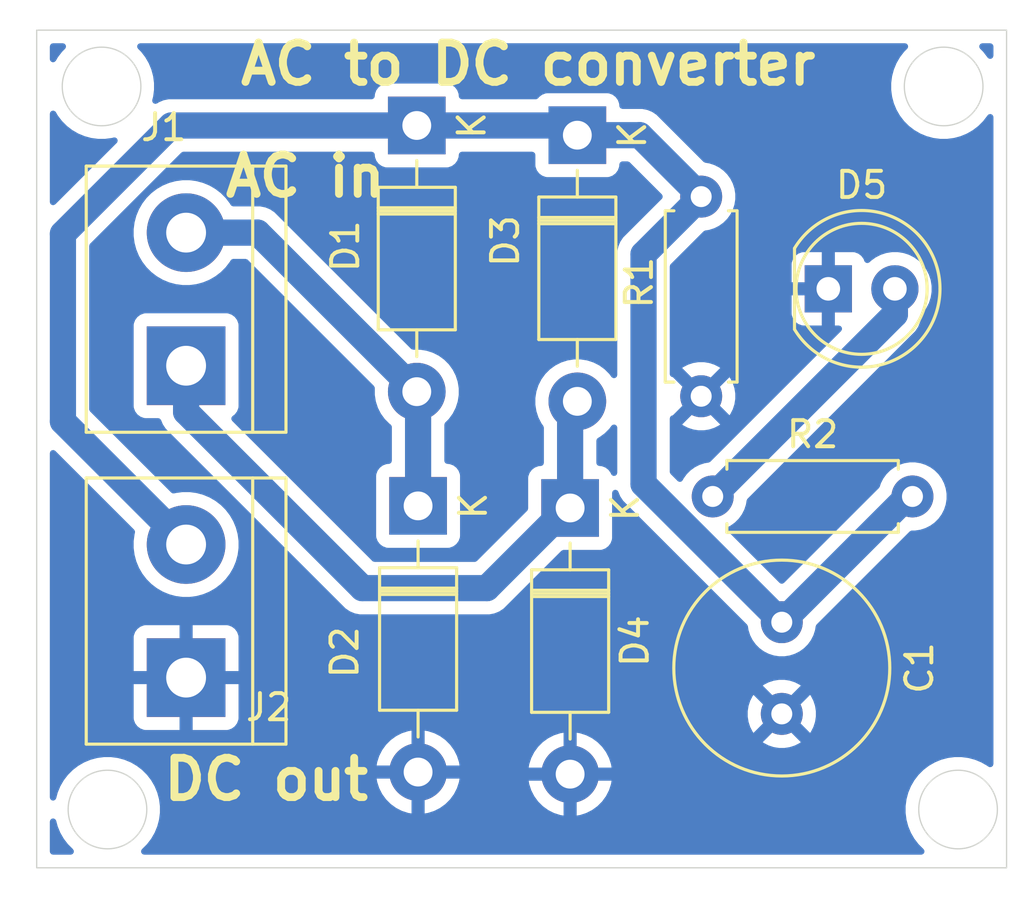
<source format=kicad_pcb>
(kicad_pcb (version 20241229) (generator "pcbnew") (generator_version "9.0")
  (layers (0 "F.Cu" signal) (2 "B.Cu" signal) (13 "F.Paste" user) (15 "B.Paste" user) (5 "F.SilkS" user "F.Silkscreen") (7 "B.SilkS" user "B.Silkscreen") (1 "F.Mask" user) (3 "B.Mask" user) (25 "Edge.Cuts" user))
  (net 0 "")
  (net 1 "/+ve")
  (net 2 "GND")
  (net 3 "Net-(D1-A)")
  (net 4 "Net-(D5-A)")
  (net 5 "Net-(D3-A)")
  (footprint "TerminalBlock:TerminalBlock_bornier-2_P5.08mm" (layer "F.Cu") (at 84.775 90.665 90)
    (property "Reference" "J2" (at -1.135 3.15 180) (layer "F.SilkS"))
    (property "Value" "Screw_Terminal_01x02")
    (fp_line (start 7.62 -3.81) (end -2.54 -3.81) (stroke (width 0.12)) (layer "F.SilkS"))
    (fp_line (start -2.54 -3.81) (end -2.54 3.81) (stroke (width 0.12)) (layer "F.SilkS"))
    (fp_line (start 7.62 2.54) (end -2.54 2.54) (stroke (width 0.12)) (layer "F.SilkS"))
    (fp_line (start 7.62 3.81) (end 7.62 -3.81) (stroke (width 0.12)) (layer "F.SilkS"))
    (fp_line (start -2.54 3.81) (end 7.62 3.81) (stroke (width 0.12)) (layer "F.SilkS"))
    (pad "1" thru_hole rect (at 0 0 90) (size 3 3) (drill 1.52) (layers "*.Cu" "*.Mask") (net 2 "GND"))
    (pad "2" thru_hole circle (at 5.08 0 90) (size 3 3) (drill 1.52) (layers "*.Cu" "*.Mask") (net 1 "/+ve"))
  )
  (footprint "Resistor_THT:R_Axial_DIN0207_L6.3mm_D2.5mm_P7.62mm_Horizontal" (layer "F.Cu") (at 104.425 79.925 90)
    (property "Reference" "R1" (at 4.335 -2.37 90) (layer "F.SilkS"))
    (property "Value" "10k")
    (fp_line (start 7.08 -1.37) (end 7.08 -1.04) (stroke (width 0.12)) (layer "F.SilkS"))
    (fp_line (start 0.54 -1.37) (end 7.08 -1.37) (stroke (width 0.12)) (layer "F.SilkS"))
    (fp_line (start 0.54 -1.04) (end 0.54 -1.37) (stroke (width 0.12)) (layer "F.SilkS"))
    (fp_line (start 0.54 1.04) (end 0.54 1.37) (stroke (width 0.12)) (layer "F.SilkS"))
    (fp_line (start 7.08 1.37) (end 7.08 1.04) (stroke (width 0.12)) (layer "F.SilkS"))
    (fp_line (start 0.54 1.37) (end 7.08 1.37) (stroke (width 0.12)) (layer "F.SilkS"))
    (pad "1" thru_hole circle (at 0 0 90) (size 1.6 1.6) (drill 0.8) (layers "*.Cu" "*.Mask") (net 2 "GND"))
    (pad "2" thru_hole oval (at 7.62 0 90) (size 1.6 1.6) (drill 0.8) (layers "*.Cu" "*.Mask") (net 1 "/+ve"))
  )
  (footprint "Capacitor_THT:C_Radial_D8.0mm_H11.5mm_P3.50mm" (layer "F.Cu") (at 107.5 88.55 -90)
    (property "Reference" "C1" (at 1.75 -5.25 90) (layer "F.SilkS"))
    (property "Value" "1000uF")
    (fp_circle (center 1.75 0) (end 5.87 0) (stroke (width 0.12)) (fill no) (layer "F.SilkS"))
    (pad "1" thru_hole circle (at 0 0 270) (size 1.6 1.6) (drill 0.8) (layers "*.Cu" "*.Mask") (net 1 "/+ve"))
    (pad "2" thru_hole circle (at 3.5 0 270) (size 1.6 1.6) (drill 0.8) (layers "*.Cu" "*.Mask") (net 2 "GND"))
  )
  (footprint "Diode_THT:D_DO-41_SOD81_P10.16mm_Horizontal" (layer "F.Cu") (at 93.625 84.11 -90)
    (property "Reference" "D2" (at 5.59 2.8 90) (layer "F.SilkS"))
    (property "Value" "1N4007")
    (fp_line (start 2.36 1.47) (end 7.8 1.47) (stroke (width 0.12)) (layer "F.SilkS"))
    (fp_line (start 7.8 1.47) (end 7.8 -1.47) (stroke (width 0.12)) (layer "F.SilkS"))
    (fp_line (start 1.34 0) (end 2.36 0) (stroke (width 0.12)) (layer "F.SilkS"))
    (fp_line (start 8.82 0) (end 7.8 0) (stroke (width 0.12)) (layer "F.SilkS"))
    (fp_line (start 2.36 -1.47) (end 2.36 1.47) (stroke (width 0.12)) (layer "F.SilkS"))
    (fp_line (start 3.14 -1.47) (end 3.14 1.47) (stroke (width 0.12)) (layer "F.SilkS"))
    (fp_line (start 3.26 -1.47) (end 3.26 1.47) (stroke (width 0.12)) (layer "F.SilkS"))
    (fp_line (start 3.38 -1.47) (end 3.38 1.47) (stroke (width 0.12)) (layer "F.SilkS"))
    (fp_line (start 7.8 -1.47) (end 2.36 -1.47) (stroke (width 0.12)) (layer "F.SilkS"))
    (fp_text user "K" (at 0 -2.1 90) (layer "F.SilkS"))
    (pad "1" thru_hole rect (at 0 0 270) (size 2.2 2.2) (drill 1.1) (layers "*.Cu" "*.Mask") (net 3 "Net-(D1-A)"))
    (pad "2" thru_hole oval (at 10.16 0 270) (size 2.2 2.2) (drill 1.1) (layers "*.Cu" "*.Mask") (net 2 "GND"))
  )
  (footprint "Diode_THT:D_DO-41_SOD81_P10.16mm_Horizontal" (layer "F.Cu") (at 93.575 69.59 -90)
    (property "Reference" "D1" (at 4.61 2.725 90) (layer "F.SilkS"))
    (property "Value" "1N4007")
    (fp_line (start 2.36 1.47) (end 7.8 1.47) (stroke (width 0.12)) (layer "F.SilkS"))
    (fp_line (start 7.8 1.47) (end 7.8 -1.47) (stroke (width 0.12)) (layer "F.SilkS"))
    (fp_line (start 1.34 0) (end 2.36 0) (stroke (width 0.12)) (layer "F.SilkS"))
    (fp_line (start 8.82 0) (end 7.8 0) (stroke (width 0.12)) (layer "F.SilkS"))
    (fp_line (start 2.36 -1.47) (end 2.36 1.47) (stroke (width 0.12)) (layer "F.SilkS"))
    (fp_line (start 3.14 -1.47) (end 3.14 1.47) (stroke (width 0.12)) (layer "F.SilkS"))
    (fp_line (start 3.26 -1.47) (end 3.26 1.47) (stroke (width 0.12)) (layer "F.SilkS"))
    (fp_line (start 3.38 -1.47) (end 3.38 1.47) (stroke (width 0.12)) (layer "F.SilkS"))
    (fp_line (start 7.8 -1.47) (end 2.36 -1.47) (stroke (width 0.12)) (layer "F.SilkS"))
    (fp_text user "K" (at 0 -2.1 90) (layer "F.SilkS"))
    (pad "1" thru_hole rect (at 0 0 270) (size 2.2 2.2) (drill 1.1) (layers "*.Cu" "*.Mask") (net 1 "/+ve"))
    (pad "2" thru_hole oval (at 10.16 0 270) (size 2.2 2.2) (drill 1.1) (layers "*.Cu" "*.Mask") (net 3 "Net-(D1-A)"))
  )
  (footprint "TerminalBlock:TerminalBlock_bornier-2_P5.08mm" (layer "F.Cu") (at 84.775 78.76 90)
    (property "Reference" "J1" (at 9.1 -0.85 180) (layer "F.SilkS"))
    (property "Value" "Screw_Terminal_01x02")
    (fp_line (start 7.62 -3.81) (end -2.54 -3.81) (stroke (width 0.12)) (layer "F.SilkS"))
    (fp_line (start -2.54 -3.81) (end -2.54 3.81) (stroke (width 0.12)) (layer "F.SilkS"))
    (fp_line (start 7.62 2.54) (end -2.54 2.54) (stroke (width 0.12)) (layer "F.SilkS"))
    (fp_line (start 7.62 3.81) (end 7.62 -3.81) (stroke (width 0.12)) (layer "F.SilkS"))
    (fp_line (start -2.54 3.81) (end 7.62 3.81) (stroke (width 0.12)) (layer "F.SilkS"))
    (pad "1" thru_hole rect (at 0 0 90) (size 3 3) (drill 1.52) (layers "*.Cu" "*.Mask") (net 5 "Net-(D3-A)"))
    (pad "2" thru_hole circle (at 5.08 0 90) (size 3 3) (drill 1.52) (layers "*.Cu" "*.Mask") (net 3 "Net-(D1-A)"))
  )
  (footprint "LED_THT:LED_D5.0mm" (layer "F.Cu") (at 109.275 75.825)
    (property "Reference" "D5" (at 1.27 -3.96 0) (layer "F.SilkS"))
    (property "Value" "LED")
    (fp_line (start -1.29 -1.545) (end -1.29 1.545) (stroke (width 0.12)) (layer "F.SilkS"))
    (fp_arc (start -1.29 -1.54483) (mid 2.071756 -2.880501) (end 4.26 -0.000048) (stroke (width 0.12)) (layer "F.SilkS"))
    (fp_arc (start 4.26 0.000048) (mid 2.071756 2.880501) (end -1.29 1.54483) (stroke (width 0.12)) (layer "F.SilkS"))
    (fp_circle (center 1.27 0) (end 3.77 0) (stroke (width 0.12)) (fill no) (layer "F.SilkS"))
    (pad "1" thru_hole rect (at 0 0) (size 1.8 1.8) (drill 0.9) (layers "*.Cu" "*.Mask") (net 2 "GND"))
    (pad "2" thru_hole circle (at 2.54 0) (size 1.8 1.8) (drill 0.9) (layers "*.Cu" "*.Mask") (net 4 "Net-(D5-A)"))
  )
  (footprint "Diode_THT:D_DO-41_SOD81_P10.16mm_Horizontal" (layer "F.Cu") (at 99.425 84.19 -90)
    (property "Reference" "D4" (at 5.08 -2.47 90) (layer "F.SilkS"))
    (property "Value" "1N4007")
    (fp_line (start 2.36 1.47) (end 7.8 1.47) (stroke (width 0.12)) (layer "F.SilkS"))
    (fp_line (start 7.8 1.47) (end 7.8 -1.47) (stroke (width 0.12)) (layer "F.SilkS"))
    (fp_line (start 1.34 0) (end 2.36 0) (stroke (width 0.12)) (layer "F.SilkS"))
    (fp_line (start 8.82 0) (end 7.8 0) (stroke (width 0.12)) (layer "F.SilkS"))
    (fp_line (start 2.36 -1.47) (end 2.36 1.47) (stroke (width 0.12)) (layer "F.SilkS"))
    (fp_line (start 3.14 -1.47) (end 3.14 1.47) (stroke (width 0.12)) (layer "F.SilkS"))
    (fp_line (start 3.26 -1.47) (end 3.26 1.47) (stroke (width 0.12)) (layer "F.SilkS"))
    (fp_line (start 3.38 -1.47) (end 3.38 1.47) (stroke (width 0.12)) (layer "F.SilkS"))
    (fp_line (start 7.8 -1.47) (end 2.36 -1.47) (stroke (width 0.12)) (layer "F.SilkS"))
    (fp_text user "K" (at 0 -2.1 90) (layer "F.SilkS"))
    (pad "1" thru_hole rect (at 0 0 270) (size 2.2 2.2) (drill 1.1) (layers "*.Cu" "*.Mask") (net 5 "Net-(D3-A)"))
    (pad "2" thru_hole oval (at 10.16 0 270) (size 2.2 2.2) (drill 1.1) (layers "*.Cu" "*.Mask") (net 2 "GND"))
  )
  (footprint "Resistor_THT:R_Axial_DIN0207_L6.3mm_D2.5mm_P7.62mm_Horizontal" (layer "F.Cu") (at 104.865 83.75)
    (property "Reference" "R2" (at 3.81 -2.37 0) (layer "F.SilkS"))
    (property "Value" "2.2k")
    (fp_line (start 0.54 -1.37) (end 7.08 -1.37) (stroke (width 0.12)) (layer "F.SilkS"))
    (fp_line (start 0.54 -1.04) (end 0.54 -1.37) (stroke (width 0.12)) (layer "F.SilkS"))
    (fp_line (start 0.54 1.04) (end 0.54 1.37) (stroke (width 0.12)) (layer "F.SilkS"))
    (fp_line (start 0.54 1.37) (end 7.08 1.37) (stroke (width 0.12)) (layer "F.SilkS"))
    (fp_line (start 7.08 -1.37) (end 7.08 -1.04) (stroke (width 0.12)) (layer "F.SilkS"))
    (fp_line (start 7.08 1.37) (end 7.08 1.04) (stroke (width 0.12)) (layer "F.SilkS"))
    (pad "1" thru_hole circle (at 0 0) (size 1.6 1.6) (drill 0.8) (layers "*.Cu" "*.Mask") (net 4 "Net-(D5-A)"))
    (pad "2" thru_hole oval (at 7.62 0) (size 1.6 1.6) (drill 0.8) (layers "*.Cu" "*.Mask") (net 1 "/+ve"))
  )
  (footprint "Diode_THT:D_DO-41_SOD81_P10.16mm_Horizontal" (layer "F.Cu") (at 99.7 69.96 -90)
    (property "Reference" "D3" (at 4.04 2.75 270) (layer "F.SilkS"))
    (property "Value" "1N4007")
    (fp_line (start 2.36 1.47) (end 7.8 1.47) (stroke (width 0.12)) (layer "F.SilkS"))
    (fp_line (start 7.8 1.47) (end 7.8 -1.47) (stroke (width 0.12)) (layer "F.SilkS"))
    (fp_line (start 1.34 0) (end 2.36 0) (stroke (width 0.12)) (layer "F.SilkS"))
    (fp_line (start 8.82 0) (end 7.8 0) (stroke (width 0.12)) (layer "F.SilkS"))
    (fp_line (start 2.36 -1.47) (end 2.36 1.47) (stroke (width 0.12)) (layer "F.SilkS"))
    (fp_line (start 3.14 -1.47) (end 3.14 1.47) (stroke (width 0.12)) (layer "F.SilkS"))
    (fp_line (start 3.26 -1.47) (end 3.26 1.47) (stroke (width 0.12)) (layer "F.SilkS"))
    (fp_line (start 3.38 -1.47) (end 3.38 1.47) (stroke (width 0.12)) (layer "F.SilkS"))
    (fp_line (start 7.8 -1.47) (end 2.36 -1.47) (stroke (width 0.12)) (layer "F.SilkS"))
    (fp_text user "K" (at 0 -2.1 90) (layer "F.SilkS"))
    (pad "1" thru_hole rect (at 0 0 270) (size 2.2 2.2) (drill 1.1) (layers "*.Cu" "*.Mask") (net 1 "/+ve"))
    (pad "2" thru_hole oval (at 10.16 0 270) (size 2.2 2.2) (drill 1.1) (layers "*.Cu" "*.Mask") (net 5 "Net-(D3-A)"))
  )
  (gr_circle (center 81.55 68.1) (end 81.55 66.6) (stroke (width 0.05)) (fill no) (layer "Edge.Cuts"))
  (gr_circle (center 81.775 95.7) (end 81.775 94.2) (stroke (width 0.05)) (fill no) (layer "Edge.Cuts"))
  (gr_circle (center 113.675 68.1) (end 113.675 66.6) (stroke (width 0.05)) (fill no) (layer "Edge.Cuts"))
  (gr_rect (start 79.075 65.95) (end 116.075 97.925) (stroke (width 0.05)) (fill no) (layer "Edge.Cuts"))
  (gr_circle (center 114.225 95.7) (end 114.225 94.2) (stroke (width 0.05)) (fill no) (layer "Edge.Cuts"))
  (gr_text "AC to DC converter\n" (at 86.7 68.125 0) (layer "F.SilkS") (effects (font (size 1.5 1.5) (thickness 0.3) (bold yes)) (justify left bottom)))
  (gr_text "AC in" (at 86.125 72.4 0) (layer "F.SilkS") (effects (font (size 1.5 1.5) (thickness 0.3) (bold yes)) (justify left bottom)))
  (gr_text "DC out\n" (at 83.775 95.425 0) (layer "F.SilkS") (effects (font (size 1.5 1.5) (thickness 0.3) (bold yes)) (justify left bottom)))
  (segment (start 102.225 83.275) (end 102.225 74.505) (width 1) (layer "B.Cu") (net 1))
  (segment (start 102.225 74.505) (end 104.425 72.305) (width 1) (layer "B.Cu") (net 1))
  (segment (start 93.575 69.59) (end 99.33 69.59) (width 1) (layer "B.Cu") (net 1))
  (segment (start 102.08 69.96) (end 104.425 72.305) (width 1) (layer "B.Cu") (net 1))
  (segment (start 112.3 83.75) (end 107.5 88.55) (width 1) (layer "B.Cu") (net 1))
  (segment (start 107.5 88.55) (end 102.225 83.275) (width 1) (layer "B.Cu") (net 1))
  (segment (start 80.076 80.886) (end 80.076 73.724) (width 1) (layer "B.Cu") (net 1))
  (segment (start 99.7 69.96) (end 102.08 69.96) (width 1) (layer "B.Cu") (net 1))
  (segment (start 80.076 73.724) (end 84.21 69.59) (width 1) (layer "B.Cu") (net 1))
  (segment (start 112.485 83.75) (end 112.3 83.75) (width 1) (layer "B.Cu") (net 1))
  (segment (start 84.775 85.585) (end 80.076 80.886) (width 1) (layer "B.Cu") (net 1))
  (segment (start 99.33 69.59) (end 99.7 69.96) (width 1) (layer "B.Cu") (net 1))
  (segment (start 107.5 88.55) (end 107.685 88.55) (width 1) (layer "B.Cu") (net 1))
  (segment (start 84.21 69.59) (end 93.575 69.59) (width 1) (layer "B.Cu") (net 1))
  (segment (start 104.23 80.12) (end 104.425 79.925) (width 1) (layer "B.Cu") (net 2))
  (segment (start 87.505 73.68) (end 93.575 79.75) (width 1) (layer "B.Cu") (net 3))
  (segment (start 93.625 79.8) (end 93.575 79.75) (width 1) (layer "B.Cu") (net 3))
  (segment (start 84.775 73.68) (end 87.505 73.68) (width 1) (layer "B.Cu") (net 3))
  (segment (start 93.625 84.11) (end 93.625 79.8) (width 1) (layer "B.Cu") (net 3))
  (segment (start 111.815 76.8) (end 111.815 75.825) (width 1) (layer "B.Cu") (net 4))
  (segment (start 104.865 83.75) (end 111.815 76.8) (width 1) (layer "B.Cu") (net 4))
  (segment (start 84.775 78.76) (end 84.775 80.525) (width 1) (layer "B.Cu") (net 5))
  (segment (start 99.425 84.19) (end 99.425 80.395) (width 1) (layer "B.Cu") (net 5))
  (segment (start 84.775 80.525) (end 91.5 87.25) (width 1) (layer "B.Cu") (net 5))
  (segment (start 99.425 80.395) (end 99.7 80.12) (width 1) (layer "B.Cu") (net 5))
  (segment (start 99.31 84.19) (end 99.425 84.19) (width 1) (layer "B.Cu") (net 5))
  (segment (start 91.5 87.25) (end 96.25 87.25) (width 1) (layer "B.Cu") (net 5))
  (segment (start 99.21 84.19) (end 99.425 84.19) (width 1) (layer "B.Cu") (net 5))
  (segment (start 96.25 87.25) (end 99.31 84.19) (width 1) (layer "B.Cu") (net 5))
  (zone (net 2) (net_name "GND") (layer "B.Cu") (connect_pads (clearance 0.5)) (min_thickness 0.25) (fill yes (thermal_gap 0.5) (thermal_bridge_width 0.5) (island_removal_mode 1) (island_area_min 10))
    (polygon (pts (xy 77.675 64.8) (xy 77.675 99.275) (xy 116.75 99.275) (xy 116.75 65.625) (xy 115.925 64.8)))
  )
)
</source>
